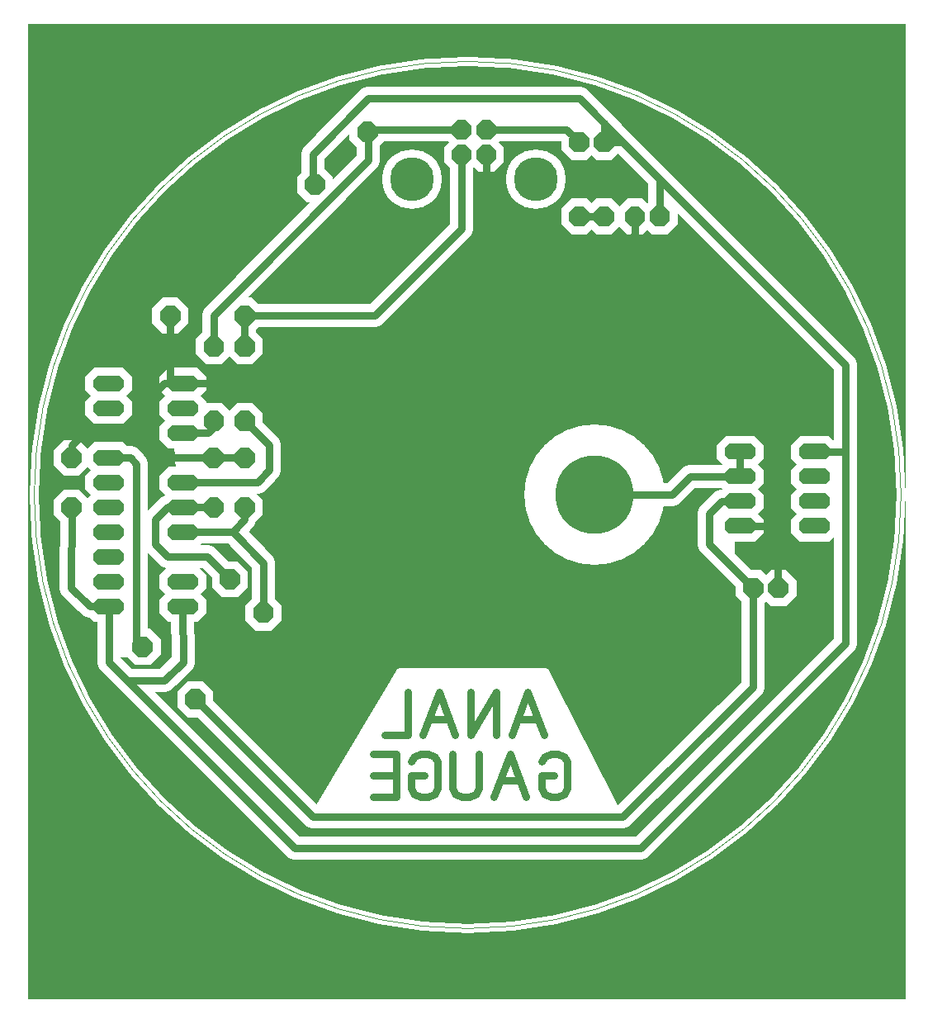
<source format=gbr>

diff -r 99a5439f349f -r 06ccfef112fc hardware/PCB_COPPER.GBR
--- /dev/null	Thu Jan 01 00:00:00 1970 +0000
+++ b/hardware/PCB_COPPER.GBR	Thu Feb 16 16:24:52 2017 +0100
@@ -0,0 +1,1855 @@
+%FSLAX32Y32*%
+%MOMM*%
+%LNKUPFERSEITE2*%
+G71*
+G01*
+%ADD10C, 14.40*%
+%ADD11C, 8.00*%
+%ADD12C, 6.10*%
+%ADD13C, 2.40*%
+%ADD14C, 0.80*%
+%ADD15C, 2.39*%
+%ADD16C, 0.90*%
+%ADD17C, 0.10*%
+%ADD18C, 4.50*%
+%ADD19C, 0.79*%
+%LPD*%
+G36*
+X0Y10000D02*
+X9000Y10000D01*
+X9000Y0D01*
+X0Y0D01*
+X0Y10000D01*
+G37*
+%LPC*%
+G36*
+X4552Y5279D02*
+X4614Y5218D01*
+X4614Y5130D01*
+X4552Y5069D01*
+X4464Y5069D01*
+X4404Y5130D01*
+X4404Y5218D01*
+X4464Y5279D01*
+X4552Y5279D01*
+G37*
+X5808Y5174D02*
+G54D10*
+D03*
+X3208Y5174D02*
+G54D11*
+D03*
+G36*
+X1065Y3966D02*
+X971Y3872D01*
+X679Y3872D01*
+X585Y3966D01*
+X585Y4098D01*
+X679Y4192D01*
+X971Y4192D01*
+X1065Y4098D01*
+X1065Y3966D01*
+G37*
+G36*
+X1065Y4220D02*
+X971Y4126D01*
+X679Y4126D01*
+X585Y4220D01*
+X585Y4352D01*
+X679Y4446D01*
+X971Y4446D01*
+X1065Y4352D01*
+X1065Y4220D01*
+G37*
+G36*
+X1065Y4474D02*
+X971Y4380D01*
+X679Y4380D01*
+X585Y4474D01*
+X585Y4606D01*
+X679Y4700D01*
+X971Y4700D01*
+X1065Y4606D01*
+X1065Y4474D01*
+G37*
+G36*
+X1065Y4728D02*
+X971Y4634D01*
+X679Y4634D01*
+X585Y4728D01*
+X585Y4860D01*
+X679Y4954D01*
+X971Y4954D01*
+X1065Y4860D01*
+X1065Y4728D01*
+G37*
+G36*
+X1065Y4982D02*
+X971Y4888D01*
+X679Y4888D01*
+X585Y4982D01*
+X585Y5114D01*
+X679Y5208D01*
+X971Y5208D01*
+X1065Y5114D01*
+X1065Y4982D01*
+G37*
+G36*
+X1065Y5236D02*
+X971Y5142D01*
+X679Y5142D01*
+X585Y5236D01*
+X585Y5368D01*
+X679Y5462D01*
+X971Y5462D01*
+X1065Y5368D01*
+X1065Y5236D01*
+G37*
+G36*
+X1065Y5490D02*
+X971Y5396D01*
+X679Y5396D01*
+X585Y5490D01*
+X585Y5622D01*
+X679Y5716D01*
+X971Y5716D01*
+X1065Y5622D01*
+X1065Y5490D01*
+G37*
+G36*
+X1065Y5998D02*
+X971Y5904D01*
+X679Y5904D01*
+X585Y5998D01*
+X585Y6130D01*
+X679Y6224D01*
+X971Y6224D01*
+X1065Y6130D01*
+X1065Y5998D01*
+G37*
+G36*
+X1065Y6252D02*
+X971Y6158D01*
+X679Y6158D01*
+X585Y6252D01*
+X585Y6384D01*
+X679Y6478D01*
+X971Y6478D01*
+X1065Y6384D01*
+X1065Y6252D01*
+G37*
+G36*
+X1827Y3966D02*
+X1733Y3872D01*
+X1441Y3872D01*
+X1347Y3966D01*
+X1347Y4098D01*
+X1441Y4192D01*
+X1733Y4192D01*
+X1827Y4098D01*
+X1827Y3966D01*
+G37*
+G36*
+X1827Y4220D02*
+X1733Y4126D01*
+X1441Y4126D01*
+X1347Y4220D01*
+X1347Y4352D01*
+X1441Y4446D01*
+X1733Y4446D01*
+X1827Y4352D01*
+X1827Y4220D01*
+G37*
+G36*
+X1827Y4728D02*
+X1733Y4634D01*
+X1441Y4634D01*
+X1347Y4728D01*
+X1347Y4860D01*
+X1441Y4954D01*
+X1733Y4954D01*
+X1827Y4860D01*
+X1827Y4728D01*
+G37*
+G36*
+X1827Y4982D02*
+X1733Y4888D01*
+X1441Y4888D01*
+X1347Y4982D01*
+X1347Y5114D01*
+X1441Y5208D01*
+X1733Y5208D01*
+X1827Y5114D01*
+X1827Y4982D01*
+G37*
+G36*
+X1827Y5236D02*
+X1733Y5142D01*
+X1441Y5142D01*
+X1347Y5236D01*
+X1347Y5368D01*
+X1441Y5462D01*
+X1733Y5462D01*
+X1827Y5368D01*
+X1827Y5236D01*
+G37*
+G36*
+X1827Y5744D02*
+X1733Y5650D01*
+X1441Y5650D01*
+X1347Y5744D01*
+X1347Y5876D01*
+X1441Y5970D01*
+X1733Y5970D01*
+X1827Y5876D01*
+X1827Y5744D01*
+G37*
+G36*
+X1827Y5998D02*
+X1733Y5904D01*
+X1441Y5904D01*
+X1347Y5998D01*
+X1347Y6130D01*
+X1441Y6224D01*
+X1733Y6224D01*
+X1827Y6130D01*
+X1827Y5998D01*
+G37*
+G36*
+X1827Y6252D02*
+X1733Y6158D01*
+X1441Y6158D01*
+X1347Y6252D01*
+X1347Y6384D01*
+X1441Y6478D01*
+X1733Y6478D01*
+X1827Y6384D01*
+X1827Y6252D01*
+G37*
+G36*
+X7824Y5684D02*
+X7918Y5778D01*
+X8210Y5778D01*
+X8304Y5684D01*
+X8304Y5552D01*
+X8210Y5458D01*
+X7918Y5458D01*
+X7824Y5552D01*
+X7824Y5684D01*
+G37*
+G36*
+X7824Y5430D02*
+X7918Y5524D01*
+X8210Y5524D01*
+X8304Y5430D01*
+X8304Y5298D01*
+X8210Y5204D01*
+X7918Y5204D01*
+X7824Y5298D01*
+X7824Y5430D01*
+G37*
+G36*
+X7824Y5176D02*
+X7918Y5270D01*
+X8210Y5270D01*
+X8304Y5176D01*
+X8304Y5044D01*
+X8210Y4950D01*
+X7918Y4950D01*
+X7824Y5044D01*
+X7824Y5176D01*
+G37*
+G36*
+X7824Y4922D02*
+X7918Y5016D01*
+X8210Y5016D01*
+X8304Y4922D01*
+X8304Y4790D01*
+X8210Y4696D01*
+X7918Y4696D01*
+X7824Y4790D01*
+X7824Y4922D01*
+G37*
+G36*
+X7062Y5684D02*
+X7156Y5778D01*
+X7448Y5778D01*
+X7542Y5684D01*
+X7542Y5552D01*
+X7448Y5458D01*
+X7156Y5458D01*
+X7062Y5552D01*
+X7062Y5684D01*
+G37*
+G36*
+X7062Y5430D02*
+X7156Y5524D01*
+X7448Y5524D01*
+X7542Y5430D01*
+X7542Y5298D01*
+X7448Y5204D01*
+X7156Y5204D01*
+X7062Y5298D01*
+X7062Y5430D01*
+G37*
+G36*
+X7062Y5176D02*
+X7156Y5270D01*
+X7448Y5270D01*
+X7542Y5176D01*
+X7542Y5044D01*
+X7448Y4950D01*
+X7156Y4950D01*
+X7062Y5044D01*
+X7062Y5176D01*
+G37*
+G36*
+X7062Y4922D02*
+X7156Y5016D01*
+X7448Y5016D01*
+X7542Y4922D01*
+X7542Y4790D01*
+X7448Y4696D01*
+X7156Y4696D01*
+X7062Y4790D01*
+X7062Y4922D01*
+G37*
+G36*
+X1791Y2893D02*
+X1638Y2893D01*
+X1529Y3002D01*
+X1529Y3155D01*
+X1638Y3264D01*
+X1791Y3264D01*
+X1900Y3155D01*
+X1900Y3002D01*
+X1791Y2893D01*
+G37*
+G36*
+X1252Y3432D02*
+X1099Y3432D01*
+X990Y3541D01*
+X990Y3694D01*
+X1099Y3803D01*
+X1252Y3803D01*
+X1361Y3694D01*
+X1361Y3541D01*
+X1252Y3432D01*
+G37*
+G36*
+X5982Y8978D02*
+X6090Y8870D01*
+X6090Y8716D01*
+X5982Y8608D01*
+X5828Y8608D01*
+X5720Y8716D01*
+X5720Y8870D01*
+X5828Y8978D01*
+X5982Y8978D01*
+G37*
+G36*
+X5982Y8216D02*
+X6090Y8108D01*
+X6090Y7954D01*
+X5982Y7846D01*
+X5828Y7846D01*
+X5720Y7954D01*
+X5720Y8108D01*
+X5828Y8216D01*
+X5982Y8216D01*
+G37*
+G36*
+X5574Y7845D02*
+X5466Y7953D01*
+X5466Y8107D01*
+X5574Y8215D01*
+X5728Y8215D01*
+X5836Y8107D01*
+X5836Y7953D01*
+X5728Y7845D01*
+X5574Y7845D01*
+G37*
+G36*
+X5574Y8607D02*
+X5466Y8715D01*
+X5466Y8869D01*
+X5574Y8977D01*
+X5728Y8977D01*
+X5836Y8869D01*
+X5836Y8715D01*
+X5728Y8607D01*
+X5574Y8607D01*
+G37*
+G36*
+X521Y5740D02*
+X629Y5632D01*
+X629Y5478D01*
+X521Y5370D01*
+X367Y5370D01*
+X259Y5478D01*
+X259Y5632D01*
+X367Y5740D01*
+X521Y5740D01*
+G37*
+G36*
+X521Y5232D02*
+X629Y5124D01*
+X629Y4970D01*
+X521Y4862D01*
+X367Y4862D01*
+X259Y4970D01*
+X259Y5124D01*
+X367Y5232D01*
+X521Y5232D01*
+G37*
+G36*
+X2300Y5740D02*
+X2408Y5632D01*
+X2408Y5478D01*
+X2300Y5370D01*
+X2146Y5370D01*
+X2038Y5478D01*
+X2038Y5632D01*
+X2146Y5740D01*
+X2300Y5740D01*
+G37*
+G36*
+X2300Y5232D02*
+X2408Y5124D01*
+X2408Y4970D01*
+X2300Y4862D01*
+X2146Y4862D01*
+X2038Y4970D01*
+X2038Y5124D01*
+X2146Y5232D01*
+X2300Y5232D01*
+G37*
+G36*
+X1981Y5740D02*
+X2089Y5632D01*
+X2090Y5478D01*
+X1981Y5370D01*
+X1827Y5370D01*
+X1719Y5478D01*
+X1719Y5632D01*
+X1827Y5740D01*
+X1981Y5740D01*
+G37*
+G36*
+X1982Y5232D02*
+X2090Y5124D01*
+X2090Y4970D01*
+X1982Y4862D01*
+X1828Y4862D01*
+X1720Y4970D01*
+X1720Y5124D01*
+X1828Y5232D01*
+X1982Y5232D01*
+G37*
+G36*
+X6038Y8108D02*
+X6146Y8216D01*
+X6300Y8216D01*
+X6408Y8108D01*
+X6408Y7954D01*
+X6300Y7846D01*
+X6146Y7846D01*
+X6038Y7954D01*
+X6038Y8108D01*
+G37*
+G36*
+X6292Y8109D02*
+X6400Y8217D01*
+X6554Y8217D01*
+X6662Y8109D01*
+X6662Y7955D01*
+X6554Y7847D01*
+X6400Y7847D01*
+X6292Y7955D01*
+X6292Y8109D01*
+G37*
+G36*
+X7880Y4143D02*
+X7772Y4035D01*
+X7618Y4035D01*
+X7510Y4143D01*
+X7510Y4297D01*
+X7618Y4405D01*
+X7772Y4405D01*
+X7880Y4297D01*
+X7880Y4143D01*
+G37*
+G36*
+X7626Y4143D02*
+X7518Y4035D01*
+X7364Y4035D01*
+X7256Y4143D01*
+X7256Y4297D01*
+X7364Y4405D01*
+X7518Y4405D01*
+X7626Y4297D01*
+X7626Y4143D01*
+G37*
+G36*
+X2489Y3782D02*
+X2337Y3782D01*
+X2228Y3891D01*
+X2228Y4044D01*
+X2337Y4153D01*
+X2489Y4153D01*
+X2598Y4044D01*
+X2598Y3891D01*
+X2489Y3782D01*
+G37*
+G36*
+X2147Y4124D02*
+X1994Y4124D01*
+X1885Y4233D01*
+X1885Y4386D01*
+X1994Y4495D01*
+X2147Y4495D01*
+X2256Y4386D01*
+X2256Y4233D01*
+X2147Y4124D01*
+G37*
+G36*
+X2757Y8280D02*
+X2757Y8433D01*
+X2866Y8542D01*
+X3019Y8542D01*
+X3128Y8433D01*
+X3128Y8280D01*
+X3019Y8171D01*
+X2866Y8171D01*
+X2757Y8280D01*
+G37*
+G36*
+X3296Y8819D02*
+X3296Y8972D01*
+X3405Y9081D01*
+X3558Y9081D01*
+X3667Y8972D01*
+X3667Y8819D01*
+X3558Y8710D01*
+X3405Y8710D01*
+X3296Y8819D01*
+G37*
+G36*
+X2406Y6936D02*
+X2298Y6828D01*
+X2144Y6828D01*
+X2036Y6936D01*
+X2036Y7090D01*
+X2144Y7198D01*
+X2298Y7198D01*
+X2406Y7090D01*
+X2406Y6936D01*
+G37*
+G36*
+X1644Y6936D02*
+X1536Y6828D01*
+X1382Y6828D01*
+X1274Y6936D01*
+X1274Y7090D01*
+X1382Y7198D01*
+X1536Y7198D01*
+X1644Y7090D01*
+X1644Y6936D01*
+G37*
+G36*
+X1828Y5751D02*
+X1720Y5859D01*
+X1720Y6013D01*
+X1828Y6121D01*
+X1982Y6121D01*
+X2090Y6013D01*
+X2090Y5859D01*
+X1982Y5751D01*
+X1828Y5751D01*
+G37*
+G36*
+X1828Y6513D02*
+X1720Y6621D01*
+X1720Y6775D01*
+X1828Y6883D01*
+X1982Y6883D01*
+X2090Y6775D01*
+X2090Y6621D01*
+X1982Y6513D01*
+X1828Y6513D01*
+G37*
+G36*
+X2146Y5751D02*
+X2038Y5859D01*
+X2038Y6013D01*
+X2146Y6121D01*
+X2299Y6121D01*
+X2407Y6013D01*
+X2407Y5859D01*
+X2299Y5751D01*
+X2146Y5751D01*
+G37*
+G36*
+X2146Y6513D02*
+X2038Y6621D01*
+X2038Y6775D01*
+X2146Y6883D01*
+X2300Y6883D01*
+X2408Y6775D01*
+X2408Y6621D01*
+X2300Y6513D01*
+X2146Y6513D01*
+G37*
+G36*
+X4266Y8995D02*
+X4371Y9100D01*
+X4521Y9100D01*
+X4626Y8995D01*
+X4626Y8845D01*
+X4521Y8740D01*
+X4371Y8740D01*
+X4266Y8845D01*
+X4266Y8995D01*
+G37*
+G36*
+X4520Y8995D02*
+X4625Y9100D01*
+X4775Y9100D01*
+X4880Y8995D01*
+X4880Y8845D01*
+X4775Y8740D01*
+X4625Y8740D01*
+X4520Y8845D01*
+X4520Y8995D01*
+G37*
+G36*
+X4520Y8741D02*
+X4625Y8846D01*
+X4775Y8846D01*
+X4880Y8741D01*
+X4880Y8591D01*
+X4775Y8486D01*
+X4625Y8486D01*
+X4520Y8591D01*
+X4520Y8741D01*
+G37*
+G36*
+X4266Y8741D02*
+X4371Y8846D01*
+X4521Y8846D01*
+X4626Y8741D01*
+X4626Y8591D01*
+X4521Y8486D01*
+X4371Y8486D01*
+X4266Y8591D01*
+X4266Y8741D01*
+G37*
+X3938Y8412D02*
+G54D12*
+D03*
+X5208Y8412D02*
+G54D12*
+D03*
+G54D13*
+X5906Y5174D02*
+X6604Y5174D01*
+X6794Y5364D01*
+X7302Y5364D01*
+X7302Y5618D01*
+G54D13*
+X445Y5047D02*
+X444Y4222D01*
+X635Y4031D01*
+X826Y4031D01*
+G54D14*
+X4699Y8667D02*
+X4699Y7524D01*
+X3175Y5999D01*
+X3175Y5174D01*
+G54D14*
+X2222Y5555D02*
+X1397Y5555D01*
+X1270Y5682D01*
+X1270Y6190D01*
+X1397Y6317D01*
+X1587Y6317D01*
+G54D14*
+X444Y5555D02*
+X445Y5682D01*
+X572Y5809D01*
+X1270Y5809D01*
+G54D13*
+X1905Y5047D02*
+X1588Y5047D01*
+G54D13*
+X2222Y5047D02*
+X2222Y4920D01*
+X2096Y4793D01*
+X1587Y4793D01*
+G54D13*
+X2413Y3968D02*
+X2413Y4476D01*
+X2096Y4793D01*
+G54D13*
+X2064Y4317D02*
+X1841Y4539D01*
+X1429Y4539D01*
+X1302Y4666D01*
+X1302Y4920D01*
+X1429Y5047D01*
+X1556Y5047D01*
+G54D13*
+X1587Y4031D02*
+X1588Y3460D01*
+X1397Y3269D01*
+X1016Y3269D01*
+X826Y3460D01*
+X826Y4031D01*
+G54D13*
+X857Y5555D02*
+X1048Y5555D01*
+X1111Y5492D01*
+X1111Y3682D01*
+X1206Y3586D01*
+G54D13*
+X5652Y8032D02*
+X5906Y8031D01*
+G54D13*
+X4699Y8920D02*
+X5524Y8921D01*
+X5652Y8794D01*
+G54D13*
+X5906Y8794D02*
+X6096Y8794D01*
+X6477Y8412D01*
+X6477Y8031D01*
+G54D14*
+X6223Y8031D02*
+X6223Y7841D01*
+X6096Y7714D01*
+X4699Y7714D01*
+G54D14*
+X1587Y6317D02*
+X3492Y6317D01*
+G54D13*
+X6477Y8412D02*
+X8382Y6508D01*
+X8382Y3650D01*
+X6286Y1554D01*
+X2731Y1554D01*
+X1016Y3269D01*
+G54D13*
+X8064Y5618D02*
+X8382Y5618D01*
+G54D13*
+X1715Y3078D02*
+X2921Y1872D01*
+X6096Y1872D01*
+X7430Y3206D01*
+X7430Y4222D01*
+G54D13*
+X2222Y5936D02*
+X2476Y5682D01*
+X2476Y5428D01*
+X2350Y5301D01*
+X1588Y5301D01*
+G54D13*
+X1905Y5936D02*
+X1905Y5872D01*
+X1842Y5809D01*
+X1587Y5809D01*
+G54D14*
+X1460Y7015D02*
+X1460Y6317D01*
+G54D13*
+X2222Y6698D02*
+X2222Y7015D01*
+G54D13*
+X4445Y8666D02*
+X4445Y7904D01*
+X3556Y7016D01*
+X2222Y7015D01*
+G54D13*
+X1905Y6698D02*
+X1905Y7016D01*
+X3492Y8603D01*
+X3492Y8921D01*
+X4445Y8921D01*
+G54D13*
+X2921Y8349D02*
+X2921Y8667D01*
+X3492Y9238D01*
+X5652Y9238D01*
+X6096Y8794D01*
+G54D13*
+X5906Y8794D02*
+X5906Y8984D01*
+G54D13*
+X7302Y5110D02*
+X7112Y5110D01*
+X6985Y4984D01*
+X6985Y4666D01*
+X7430Y4222D01*
+G54D14*
+X7684Y4222D02*
+X7684Y6126D01*
+X6096Y7714D01*
+G54D14*
+X7302Y4856D02*
+X7684Y4856D01*
+G54D15*
+X5292Y2711D02*
+X5126Y3155D01*
+X4959Y2711D01*
+G54D15*
+X5226Y2877D02*
+X5026Y2877D01*
+G54D15*
+X4803Y2711D02*
+X4803Y3155D01*
+X4537Y2711D01*
+X4537Y3155D01*
+G54D15*
+X4380Y2711D02*
+X4214Y3155D01*
+X4047Y2711D01*
+G54D15*
+X4314Y2877D02*
+X4114Y2877D01*
+G54D15*
+X3891Y3155D02*
+X3891Y2711D01*
+X3658Y2711D01*
+G54D15*
+X5397Y2300D02*
+X5264Y2300D01*
+X5264Y2161D01*
+X5297Y2106D01*
+X5364Y2078D01*
+X5431Y2078D01*
+X5497Y2106D01*
+X5531Y2161D01*
+X5531Y2439D01*
+X5497Y2495D01*
+X5431Y2522D01*
+X5364Y2522D01*
+X5297Y2495D01*
+X5264Y2439D01*
+G54D15*
+X5108Y2078D02*
+X4941Y2522D01*
+X4774Y2078D01*
+G54D15*
+X5041Y2245D02*
+X4841Y2245D01*
+G54D15*
+X4619Y2522D02*
+X4619Y2161D01*
+X4585Y2106D01*
+X4519Y2078D01*
+X4452Y2078D01*
+X4385Y2106D01*
+X4352Y2161D01*
+X4352Y2522D01*
+G54D15*
+X4062Y2300D02*
+X3929Y2300D01*
+X3929Y2161D01*
+X3962Y2106D01*
+X4029Y2078D01*
+X4096Y2078D01*
+X4162Y2106D01*
+X4196Y2161D01*
+X4196Y2439D01*
+X4162Y2495D01*
+X4096Y2522D01*
+X4029Y2522D01*
+X3962Y2495D01*
+X3929Y2439D01*
+G54D15*
+X3539Y2078D02*
+X3773Y2078D01*
+X3773Y2522D01*
+X3539Y2522D01*
+G54D15*
+X3773Y2300D02*
+X3539Y2300D01*
+G36*
+X826Y5047D02*
+X444Y5047D01*
+X444Y4317D01*
+X794Y3968D01*
+X794Y3586D01*
+X826Y3555D01*
+X1111Y3555D01*
+X1175Y3618D01*
+X1175Y5047D01*
+X1080Y5142D01*
+X826Y5047D01*
+G37*
+G54D14*
+X826Y5047D02*
+X444Y5047D01*
+X444Y4317D01*
+X794Y3968D01*
+X794Y3586D01*
+X826Y3555D01*
+X1111Y3555D01*
+X1175Y3618D01*
+X1175Y5047D01*
+X1080Y5142D01*
+X826Y5047D01*
+G36*
+X1588Y4793D02*
+X2032Y4793D01*
+X2254Y5015D01*
+X2254Y5904D01*
+X1619Y5904D01*
+X1524Y5809D01*
+X1588Y4793D01*
+G37*
+G54D14*
+X1588Y4793D02*
+X2032Y4793D01*
+X2254Y5015D01*
+X2254Y5904D01*
+X1619Y5904D01*
+X1524Y5809D01*
+X1588Y4793D01*
+G36*
+X1937Y7016D02*
+X2222Y7016D01*
+X2222Y6698D01*
+X1937Y6698D01*
+X1905Y6730D01*
+X1937Y7016D01*
+G37*
+G54D14*
+X1937Y7016D02*
+X2222Y7016D01*
+X2222Y6698D01*
+X1937Y6698D01*
+X1905Y6730D01*
+X1937Y7016D01*
+G36*
+X6064Y1872D02*
+X5302Y3364D01*
+X3810Y3364D01*
+X2921Y1872D01*
+X6064Y1872D01*
+G37*
+G54D14*
+X6064Y1872D02*
+X5302Y3364D01*
+X3810Y3364D01*
+X2921Y1872D01*
+X6064Y1872D01*
+G36*
+X3492Y8889D02*
+X3492Y9206D01*
+X5652Y9206D01*
+X5906Y8952D01*
+X5524Y8952D01*
+X3492Y8889D01*
+G37*
+G54D14*
+X3492Y8889D02*
+X3492Y9206D01*
+X5652Y9206D01*
+X5906Y8952D01*
+X5524Y8952D01*
+X3492Y8889D01*
+G36*
+X7207Y4856D02*
+X7207Y4444D01*
+X6953Y4698D01*
+X6953Y4761D01*
+X7080Y4888D01*
+X7207Y4856D01*
+G37*
+G54D14*
+X7207Y4856D02*
+X7207Y4444D01*
+X6953Y4698D01*
+X6953Y4761D01*
+X7080Y4888D01*
+X7207Y4856D01*
+G54D16*
+G75*
+G01X4508Y729D02*
+G03X4508Y729I0J4445D01*
+G01*
+G36*
+X8096Y5618D02*
+X8382Y5618D01*
+X8382Y4825D01*
+X8096Y4825D01*
+X8064Y4856D01*
+X8096Y5618D01*
+G37*
+G54D17*
+X8096Y5618D02*
+X8382Y5618D01*
+X8382Y4825D01*
+X8096Y4825D01*
+X8064Y4856D01*
+X8096Y5618D01*
+%LPD*%
+G36*
+X4552Y5279D02*
+X4614Y5218D01*
+X4614Y5130D01*
+X4552Y5069D01*
+X4464Y5069D01*
+X4404Y5130D01*
+X4404Y5218D01*
+X4464Y5279D01*
+X4552Y5279D01*
+G37*
+X5808Y5174D02*
+G54D11*
+D03*
+X3208Y5174D02*
+G54D11*
+D03*
+G36*
+X985Y3999D02*
+X938Y3952D01*
+X712Y3952D01*
+X665Y3999D01*
+X665Y4065D01*
+X712Y4112D01*
+X938Y4112D01*
+X985Y4065D01*
+X985Y3999D01*
+G37*
+G36*
+X985Y4253D02*
+X938Y4206D01*
+X712Y4206D01*
+X665Y4253D01*
+X665Y4319D01*
+X712Y4366D01*
+X938Y4366D01*
+X985Y4319D01*
+X985Y4253D01*
+G37*
+G36*
+X985Y4507D02*
+X938Y4460D01*
+X712Y4460D01*
+X665Y4507D01*
+X665Y4573D01*
+X712Y4620D01*
+X938Y4620D01*
+X985Y4573D01*
+X985Y4507D01*
+G37*
+G36*
+X985Y4761D02*
+X938Y4714D01*
+X712Y4714D01*
+X665Y4761D01*
+X665Y4827D01*
+X712Y4874D01*
+X938Y4874D01*
+X985Y4827D01*
+X985Y4761D01*
+G37*
+G36*
+X985Y5015D02*
+X938Y4968D01*
+X712Y4968D01*
+X665Y5015D01*
+X665Y5081D01*
+X712Y5128D01*
+X938Y5128D01*
+X985Y5081D01*
+X985Y5015D01*
+G37*
+G36*
+X985Y5269D02*
+X938Y5222D01*
+X712Y5222D01*
+X665Y5269D01*
+X665Y5335D01*
+X712Y5382D01*
+X938Y5382D01*
+X985Y5335D01*
+X985Y5269D01*
+G37*
+G36*
+X985Y5523D02*
+X938Y5476D01*
+X712Y5476D01*
+X665Y5523D01*
+X665Y5589D01*
+X712Y5636D01*
+X938Y5636D01*
+X985Y5589D01*
+X985Y5523D01*
+G37*
+G36*
+X985Y6031D02*
+X938Y5984D01*
+X712Y5984D01*
+X665Y6031D01*
+X665Y6097D01*
+X712Y6144D01*
+X938Y6144D01*
+X985Y6097D01*
+X985Y6031D01*
+G37*
+G36*
+X985Y6285D02*
+X938Y6238D01*
+X712Y6238D01*
+X665Y6285D01*
+X665Y6351D01*
+X712Y6398D01*
+X938Y6398D01*
+X985Y6351D01*
+X985Y6285D01*
+G37*
+G36*
+X1747Y3999D02*
+X1700Y3952D01*
+X1474Y3952D01*
+X1427Y3999D01*
+X1427Y4065D01*
+X1474Y4112D01*
+X1700Y4112D01*
+X1747Y4065D01*
+X1747Y3999D01*
+G37*
+G36*
+X1747Y4253D02*
+X1700Y4206D01*
+X1474Y4206D01*
+X1427Y4253D01*
+X1427Y4319D01*
+X1474Y4366D01*
+X1700Y4366D01*
+X1747Y4319D01*
+X1747Y4253D01*
+G37*
+G36*
+X1747Y4761D02*
+X1700Y4714D01*
+X1474Y4714D01*
+X1427Y4761D01*
+X1427Y4827D01*
+X1474Y4874D01*
+X1700Y4874D01*
+X1747Y4827D01*
+X1747Y4761D01*
+G37*
+G36*
+X1747Y5015D02*
+X1700Y4968D01*
+X1474Y4968D01*
+X1427Y5015D01*
+X1427Y5081D01*
+X1474Y5128D01*
+X1700Y5128D01*
+X1747Y5081D01*
+X1747Y5015D01*
+G37*
+G36*
+X1747Y5269D02*
+X1700Y5222D01*
+X1474Y5222D01*
+X1427Y5269D01*
+X1427Y5335D01*
+X1474Y5382D01*
+X1700Y5382D01*
+X1747Y5335D01*
+X1747Y5269D01*
+G37*
+G36*
+X1747Y5777D02*
+X1700Y5730D01*
+X1474Y5730D01*
+X1427Y5777D01*
+X1427Y5843D01*
+X1474Y5890D01*
+X1700Y5890D01*
+X1747Y5843D01*
+X1747Y5777D01*
+G37*
+G36*
+X1747Y6031D02*
+X1700Y5984D01*
+X1474Y5984D01*
+X1427Y6031D01*
+X1427Y6097D01*
+X1474Y6144D01*
+X1700Y6144D01*
+X1747Y6097D01*
+X1747Y6031D01*
+G37*
+G36*
+X1747Y6285D02*
+X1700Y6238D01*
+X1474Y6238D01*
+X1427Y6285D01*
+X1427Y6351D01*
+X1474Y6398D01*
+X1700Y6398D01*
+X1747Y6351D01*
+X1747Y6285D01*
+G37*
+G36*
+X7904Y5652D02*
+X7952Y5698D01*
+X8178Y5698D01*
+X8224Y5652D01*
+X8224Y5586D01*
+X8178Y5538D01*
+X7952Y5538D01*
+X7904Y5586D01*
+X7904Y5652D01*
+G37*
+G36*
+X7904Y5398D02*
+X7952Y5444D01*
+X8178Y5444D01*
+X8224Y5398D01*
+X8224Y5332D01*
+X8178Y5284D01*
+X7952Y5284D01*
+X7904Y5332D01*
+X7904Y5398D01*
+G37*
+G36*
+X7904Y5144D02*
+X7952Y5190D01*
+X8178Y5190D01*
+X8224Y5144D01*
+X8224Y5078D01*
+X8178Y5030D01*
+X7952Y5030D01*
+X7904Y5078D01*
+X7904Y5144D01*
+G37*
+G36*
+X7904Y4890D02*
+X7952Y4936D01*
+X8178Y4936D01*
+X8224Y4890D01*
+X8224Y4824D01*
+X8178Y4776D01*
+X7952Y4776D01*
+X7904Y4824D01*
+X7904Y4890D01*
+G37*
+G36*
+X7142Y5652D02*
+X7190Y5698D01*
+X7416Y5698D01*
+X7462Y5652D01*
+X7462Y5586D01*
+X7416Y5538D01*
+X7190Y5538D01*
+X7142Y5586D01*
+X7142Y5652D01*
+G37*
+G36*
+X7142Y5398D02*
+X7190Y5444D01*
+X7416Y5444D01*
+X7462Y5398D01*
+X7462Y5332D01*
+X7416Y5284D01*
+X7190Y5284D01*
+X7142Y5332D01*
+X7142Y5398D01*
+G37*
+G36*
+X7142Y5144D02*
+X7189Y5190D01*
+X7415Y5190D01*
+X7462Y5144D01*
+X7462Y5078D01*
+X7415Y5030D01*
+X7189Y5030D01*
+X7142Y5078D01*
+X7142Y5144D01*
+G37*
+G36*
+X7142Y4890D02*
+X7190Y4936D01*
+X7416Y4936D01*
+X7462Y4890D01*
+X7462Y4824D01*
+X7416Y4776D01*
+X7190Y4776D01*
+X7142Y4824D01*
+X7142Y4890D01*
+G37*
+G36*
+X1758Y2973D02*
+X1671Y2973D01*
+X1609Y3035D01*
+X1609Y3122D01*
+X1671Y3184D01*
+X1758Y3184D01*
+X1820Y3122D01*
+X1820Y3035D01*
+X1758Y2973D01*
+G37*
+G36*
+X1219Y3512D02*
+X1133Y3512D01*
+X1070Y3574D01*
+X1070Y3660D01*
+X1133Y3723D01*
+X1219Y3723D01*
+X1281Y3660D01*
+X1281Y3574D01*
+X1219Y3512D01*
+G37*
+G36*
+X5950Y8898D02*
+X6010Y8838D01*
+X6010Y8750D01*
+X5950Y8688D01*
+X5862Y8688D01*
+X5800Y8750D01*
+X5800Y8838D01*
+X5862Y8898D01*
+X5950Y8898D01*
+G37*
+G36*
+X5950Y8136D02*
+X6010Y8075D01*
+X6010Y7987D01*
+X5950Y7926D01*
+X5862Y7926D01*
+X5800Y7987D01*
+X5800Y8075D01*
+X5862Y8136D01*
+X5950Y8136D01*
+G37*
+G36*
+X5607Y7925D02*
+X5546Y7986D01*
+X5546Y8074D01*
+X5607Y8135D01*
+X5695Y8135D01*
+X5756Y8074D01*
+X5756Y7986D01*
+X5695Y7925D01*
+X5607Y7925D01*
+G37*
+G36*
+X5607Y8687D02*
+X5546Y8748D01*
+X5546Y8836D01*
+X5607Y8897D01*
+X5695Y8897D01*
+X5756Y8836D01*
+X5756Y8748D01*
+X5695Y8687D01*
+X5607Y8687D01*
+G37*
+G36*
+X488Y5660D02*
+X549Y5600D01*
+X549Y5512D01*
+X488Y5450D01*
+X400Y5450D01*
+X339Y5512D01*
+X339Y5600D01*
+X400Y5660D01*
+X488Y5660D01*
+G37*
+G36*
+X488Y5152D02*
+X549Y5092D01*
+X549Y5004D01*
+X488Y4942D01*
+X400Y4942D01*
+X339Y5004D01*
+X339Y5092D01*
+X400Y5152D01*
+X488Y5152D01*
+G37*
+G36*
+X2266Y5660D02*
+X2328Y5600D01*
+X2328Y5512D01*
+X2266Y5450D01*
+X2178Y5450D01*
+X2118Y5512D01*
+X2118Y5600D01*
+X2178Y5660D01*
+X2266Y5660D01*
+G37*
+G36*
+X2266Y5152D02*
+X2328Y5092D01*
+X2328Y5004D01*
+X2266Y4942D01*
+X2178Y4942D01*
+X2118Y5004D01*
+X2118Y5092D01*
+X2178Y5152D01*
+X2266Y5152D01*
+G37*
+G36*
+X1948Y5660D02*
+X2009Y5600D01*
+X2009Y5512D01*
+X1948Y5450D01*
+X1860Y5450D01*
+X1799Y5512D01*
+X1799Y5600D01*
+X1860Y5660D01*
+X1948Y5660D01*
+G37*
+G36*
+X1948Y5152D02*
+X2010Y5092D01*
+X2010Y5004D01*
+X1948Y4942D01*
+X1860Y4942D01*
+X1800Y5004D01*
+X1800Y5092D01*
+X1860Y5152D01*
+X1948Y5152D01*
+G37*
+G36*
+X6118Y8075D02*
+X6179Y8136D01*
+X6267Y8136D01*
+X6328Y8075D01*
+X6328Y7987D01*
+X6267Y7926D01*
+X6179Y7926D01*
+X6118Y7987D01*
+X6118Y8075D01*
+G37*
+G36*
+X6372Y8076D02*
+X6433Y8137D01*
+X6521Y8137D01*
+X6582Y8076D01*
+X6582Y7988D01*
+X6521Y7927D01*
+X6433Y7927D01*
+X6372Y7988D01*
+X6372Y8076D01*
+G37*
+G36*
+X7800Y4176D02*
+X7739Y4115D01*
+X7651Y4115D01*
+X7590Y4176D01*
+X7590Y4264D01*
+X7651Y4325D01*
+X7739Y4325D01*
+X7800Y4264D01*
+X7800Y4176D01*
+G37*
+G36*
+X7546Y4176D02*
+X7485Y4115D01*
+X7397Y4115D01*
+X7336Y4176D01*
+X7336Y4264D01*
+X7397Y4325D01*
+X7485Y4325D01*
+X7546Y4264D01*
+X7546Y4176D01*
+G37*
+G36*
+X2456Y3862D02*
+X2370Y3862D01*
+X2308Y3924D01*
+X2308Y4011D01*
+X2370Y4073D01*
+X2456Y4073D01*
+X2518Y4011D01*
+X2518Y3924D01*
+X2456Y3862D01*
+G37*
+G36*
+X2114Y4204D02*
+X2028Y4204D01*
+X1965Y4267D01*
+X1965Y4353D01*
+X2028Y4415D01*
+X2114Y4415D01*
+X2176Y4353D01*
+X2176Y4267D01*
+X2114Y4204D01*
+G37*
+G36*
+X2837Y8314D02*
+X2837Y8400D01*
+X2899Y8462D01*
+X2986Y8462D01*
+X3048Y8400D01*
+X3048Y8314D01*
+X2986Y8251D01*
+X2899Y8251D01*
+X2837Y8314D01*
+G37*
+G36*
+X3376Y8852D02*
+X3376Y8939D01*
+X3438Y9001D01*
+X3525Y9001D01*
+X3587Y8939D01*
+X3587Y8852D01*
+X3525Y8790D01*
+X3438Y8790D01*
+X3376Y8852D01*
+G37*
+G36*
+X2326Y6969D02*
+X2265Y6908D01*
+X2177Y6908D01*
+X2116Y6969D01*
+X2116Y7057D01*
+X2177Y7118D01*
+X2265Y7118D01*
+X2326Y7057D01*
+X2326Y6969D01*
+G37*
+G36*
+X1564Y6969D02*
+X1503Y6908D01*
+X1415Y6908D01*
+X1354Y6969D01*
+X1354Y7057D01*
+X1415Y7118D01*
+X1503Y7118D01*
+X1564Y7057D01*
+X1564Y6969D01*
+G37*
+G36*
+X1861Y5831D02*
+X1800Y5892D01*
+X1800Y5980D01*
+X1861Y6041D01*
+X1949Y6041D01*
+X2010Y5980D01*
+X2010Y5892D01*
+X1949Y5831D01*
+X1861Y5831D01*
+G37*
+G36*
+X1861Y6593D02*
+X1800Y6654D01*
+X1800Y6742D01*
+X1861Y6803D01*
+X1949Y6803D01*
+X2010Y6742D01*
+X2010Y6654D01*
+X1949Y6593D01*
+X1861Y6593D01*
+G37*
+G36*
+X2178Y5831D02*
+X2118Y5892D01*
+X2118Y5980D01*
+X2178Y6041D01*
+X2266Y6041D01*
+X2327Y5980D01*
+X2327Y5892D01*
+X2266Y5831D01*
+X2178Y5831D01*
+G37*
+G36*
+X2178Y6593D02*
+X2118Y6654D01*
+X2118Y6742D01*
+X2178Y6803D01*
+X2266Y6803D01*
+X2328Y6742D01*
+X2328Y6654D01*
+X2266Y6593D01*
+X2178Y6593D01*
+G37*
+G36*
+X4346Y8962D02*
+X4404Y9020D01*
+X4488Y9020D01*
+X4546Y8962D01*
+X4546Y8878D01*
+X4488Y8820D01*
+X4404Y8820D01*
+X4346Y8878D01*
+X4346Y8962D01*
+G37*
+G36*
+X4600Y8962D02*
+X4658Y9020D01*
+X4742Y9020D01*
+X4800Y8962D01*
+X4800Y8878D01*
+X4742Y8820D01*
+X4658Y8820D01*
+X4600Y8878D01*
+X4600Y8962D01*
+G37*
+G36*
+X4600Y8708D02*
+X4658Y8766D01*
+X4742Y8766D01*
+X4800Y8708D01*
+X4800Y8624D01*
+X4742Y8566D01*
+X4658Y8566D01*
+X4600Y8624D01*
+X4600Y8708D01*
+G37*
+G36*
+X4346Y8708D02*
+X4404Y8766D01*
+X4488Y8766D01*
+X4546Y8708D01*
+X4546Y8624D01*
+X4488Y8566D01*
+X4404Y8566D01*
+X4346Y8624D01*
+X4346Y8708D01*
+G37*
+X3938Y8412D02*
+G54D18*
+D03*
+X5208Y8412D02*
+G54D18*
+D03*
+G54D14*
+X5906Y5174D02*
+X6604Y5174D01*
+X6794Y5364D01*
+X7302Y5364D01*
+X7302Y5618D01*
+G54D14*
+X445Y5047D02*
+X444Y4222D01*
+X635Y4031D01*
+X826Y4031D01*
+G54D14*
+X4699Y8667D02*
+X4699Y7524D01*
+X3175Y5999D01*
+X3175Y5174D01*
+G54D14*
+X2222Y5555D02*
+X1397Y5555D01*
+X1270Y5682D01*
+X1270Y6190D01*
+X1397Y6317D01*
+X1587Y6317D01*
+G54D14*
+X444Y5555D02*
+X445Y5682D01*
+X572Y5809D01*
+X1270Y5809D01*
+G54D14*
+X1905Y5047D02*
+X1588Y5047D01*
+G54D14*
+X2222Y5047D02*
+X2222Y4920D01*
+X2096Y4793D01*
+X1587Y4793D01*
+G54D14*
+X2413Y3968D02*
+X2413Y4476D01*
+X2096Y4793D01*
+G54D14*
+X2064Y4317D02*
+X1841Y4539D01*
+X1429Y4539D01*
+X1302Y4666D01*
+X1302Y4920D01*
+X1429Y5047D01*
+X1556Y5047D01*
+G54D14*
+X1587Y4031D02*
+X1588Y3460D01*
+X1397Y3269D01*
+X1016Y3269D01*
+X826Y3460D01*
+X826Y4031D01*
+G54D14*
+X857Y5555D02*
+X1048Y5555D01*
+X1111Y5492D01*
+X1111Y3682D01*
+X1206Y3586D01*
+G54D14*
+X5652Y8032D02*
+X5906Y8031D01*
+G54D14*
+X4699Y8920D02*
+X5524Y8921D01*
+X5652Y8794D01*
+G54D14*
+X5906Y8794D02*
+X6096Y8794D01*
+X6477Y8412D01*
+X6477Y8031D01*
+G54D14*
+X6223Y8031D02*
+X6223Y7841D01*
+X6096Y7714D01*
+X4699Y7714D01*
+G54D14*
+X1587Y6317D02*
+X3492Y6317D01*
+G54D14*
+X6477Y8412D02*
+X8382Y6508D01*
+X8382Y3650D01*
+X6286Y1554D01*
+X2731Y1554D01*
+X1016Y3269D01*
+G54D14*
+X8064Y5618D02*
+X8382Y5618D01*
+G54D14*
+X1715Y3078D02*
+X2921Y1872D01*
+X6096Y1872D01*
+X7430Y3206D01*
+X7430Y4222D01*
+G54D14*
+X2222Y5936D02*
+X2476Y5682D01*
+X2476Y5428D01*
+X2350Y5301D01*
+X1588Y5301D01*
+G54D14*
+X1905Y5936D02*
+X1905Y5872D01*
+X1842Y5809D01*
+X1587Y5809D01*
+G54D14*
+X1460Y7015D02*
+X1460Y6317D01*
+G54D14*
+X2222Y6698D02*
+X2222Y7015D01*
+G54D14*
+X4445Y8666D02*
+X4445Y7904D01*
+X3556Y7016D01*
+X2222Y7015D01*
+G54D14*
+X1905Y6698D02*
+X1905Y7016D01*
+X3492Y8603D01*
+X3492Y8921D01*
+X4445Y8921D01*
+G54D14*
+X2921Y8349D02*
+X2921Y8667D01*
+X3492Y9238D01*
+X5652Y9238D01*
+X6096Y8794D01*
+G54D14*
+X5906Y8794D02*
+X5906Y8984D01*
+G54D14*
+X7302Y5110D02*
+X7112Y5110D01*
+X6985Y4984D01*
+X6985Y4666D01*
+X7430Y4222D01*
+G54D14*
+X7684Y4222D02*
+X7684Y6126D01*
+X6096Y7714D01*
+G54D14*
+X7302Y4856D02*
+X7684Y4856D01*
+G54D19*
+X5292Y2711D02*
+X5126Y3155D01*
+X4959Y2711D01*
+G54D19*
+X5226Y2877D02*
+X5026Y2877D01*
+G54D19*
+X4803Y2711D02*
+X4803Y3155D01*
+X4537Y2711D01*
+X4537Y3155D01*
+G54D19*
+X4380Y2711D02*
+X4214Y3155D01*
+X4047Y2711D01*
+G54D19*
+X4314Y2877D02*
+X4114Y2877D01*
+G54D19*
+X3891Y3155D02*
+X3891Y2711D01*
+X3658Y2711D01*
+G54D19*
+X5397Y2300D02*
+X5264Y2300D01*
+X5264Y2161D01*
+X5297Y2106D01*
+X5364Y2078D01*
+X5431Y2078D01*
+X5497Y2106D01*
+X5531Y2161D01*
+X5531Y2439D01*
+X5497Y2495D01*
+X5431Y2522D01*
+X5364Y2522D01*
+X5297Y2495D01*
+X5264Y2439D01*
+G54D19*
+X5108Y2078D02*
+X4941Y2522D01*
+X4774Y2078D01*
+G54D19*
+X5041Y2245D02*
+X4841Y2245D01*
+G54D19*
+X4619Y2522D02*
+X4619Y2161D01*
+X4585Y2106D01*
+X4519Y2078D01*
+X4452Y2078D01*
+X4385Y2106D01*
+X4352Y2161D01*
+X4352Y2522D01*
+G54D19*
+X4062Y2300D02*
+X3929Y2300D01*
+X3929Y2161D01*
+X3962Y2106D01*
+X4029Y2078D01*
+X4096Y2078D01*
+X4162Y2106D01*
+X4196Y2161D01*
+X4196Y2439D01*
+X4162Y2495D01*
+X4096Y2522D01*
+X4029Y2522D01*
+X3962Y2495D01*
+X3929Y2439D01*
+G54D19*
+X3539Y2078D02*
+X3773Y2078D01*
+X3773Y2522D01*
+X3539Y2522D01*
+G54D19*
+X3773Y2300D02*
+X3539Y2300D01*
+G54D17*
+G75*
+G01X4508Y729D02*
+G03X4508Y729I0J4445D01*
+G01*
+M02*





</source>
